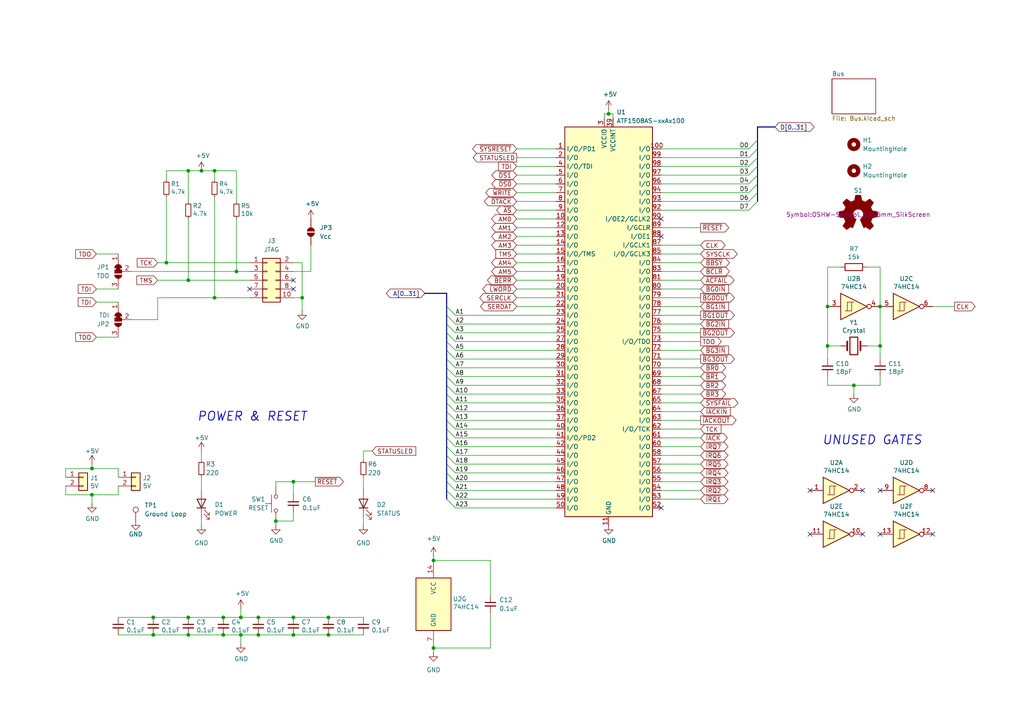
<source format=kicad_sch>
(kicad_sch (version 20231120) (generator "eeschema") (generator_version "8.0")
  (paper "A4")
  (title_block (title "VME SystemBoard") (rev "1"))
  (junction (at 247.65 111.76))
  (junction (at 176.53 33.02))
  (junction (at 87.63 86.36))
  (junction (at 240.03 100.33))
  (junction (at 44.45 179.07))
  (junction (at 240.03 88.9))
  (junction (at 95.25 179.07))
  (junction (at 64.77 184.15))
  (junction (at 54.61 81.28))
  (junction (at 64.77 179.07))
  (junction (at 85.09 184.15))
  (junction (at 26.67 135.89))
  (junction (at 69.85 184.15))
  (junction (at 85.09 179.07))
  (junction (at 26.67 143.51))
  (junction (at 80.01 151.13))
  (junction (at 255.27 100.33))
  (junction (at 44.45 184.15))
  (junction (at 54.61 184.15))
  (junction (at 69.85 179.07))
  (junction (at 125.73 187.96))
  (junction (at 255.27 88.9))
  (junction (at 74.93 184.15))
  (junction (at 62.23 49.53))
  (junction (at 54.61 179.07))
  (junction (at 58.42 49.53))
  (junction (at 95.25 184.15))
  (junction (at 85.09 139.7))
  (junction (at 125.73 162.56))
  (junction (at 68.58 78.74))
  (junction (at 54.61 49.53))
  (junction (at 62.23 86.36))
  (junction (at 74.93 179.07))
  (junction (at 48.26 76.2))
  (no_connect (at 191.77 63.5))
  (no_connect (at 191.77 68.58))
  (no_connect (at 255.27 142.24))
  (no_connect (at 270.51 142.24))
  (no_connect (at 234.95 142.24))
  (no_connect (at 85.09 81.28))
  (no_connect (at 270.51 154.94))
  (no_connect (at 191.77 147.32))
  (no_connect (at 85.09 83.82))
  (no_connect (at 234.95 154.94))
  (no_connect (at 250.19 142.24))
  (no_connect (at 72.39 83.82))
  (no_connect (at 250.19 154.94))
  (no_connect (at 255.27 154.94))
  (bus_entry (at 132.08 96.52) (size -2.54 -2.54))
  (bus_entry (at 217.17 48.26) (size 2.54 -2.54))
  (bus_entry (at 132.08 139.7) (size -2.54 -2.54))
  (bus_entry (at 217.17 53.34) (size 2.54 -2.54))
  (bus_entry (at 217.17 55.88) (size 2.54 -2.54))
  (bus_entry (at 132.08 116.84) (size -2.54 -2.54))
  (bus_entry (at 132.08 99.06) (size -2.54 -2.54))
  (bus_entry (at 132.08 129.54) (size -2.54 -2.54))
  (bus_entry (at 132.08 127) (size -2.54 -2.54))
  (bus_entry (at 132.08 124.46) (size -2.54 -2.54))
  (bus_entry (at 132.08 121.92) (size -2.54 -2.54))
  (bus_entry (at 132.08 147.32) (size -2.54 -2.54))
  (bus_entry (at 132.08 109.22) (size -2.54 -2.54))
  (bus_entry (at 132.08 101.6) (size -2.54 -2.54))
  (bus_entry (at 217.17 45.72) (size 2.54 -2.54))
  (bus_entry (at 132.08 114.3) (size -2.54 -2.54))
  (bus_entry (at 132.08 93.98) (size -2.54 -2.54))
  (bus_entry (at 132.08 119.38) (size -2.54 -2.54))
  (bus_entry (at 217.17 58.42) (size 2.54 -2.54))
  (bus_entry (at 132.08 91.44) (size -2.54 -2.54))
  (bus_entry (at 132.08 134.62) (size -2.54 -2.54))
  (bus_entry (at 132.08 104.14) (size -2.54 -2.54))
  (bus_entry (at 217.17 50.8) (size 2.54 -2.54))
  (bus_entry (at 132.08 137.16) (size -2.54 -2.54))
  (bus_entry (at 132.08 144.78) (size -2.54 -2.54))
  (bus_entry (at 132.08 106.68) (size -2.54 -2.54))
  (bus_entry (at 217.17 60.96) (size 2.54 -2.54))
  (bus_entry (at 217.17 43.18) (size 2.54 -2.54))
  (bus_entry (at 132.08 142.24) (size -2.54 -2.54))
  (bus_entry (at 132.08 132.08) (size -2.54 -2.54))
  (bus_entry (at 132.08 111.76) (size -2.54 -2.54))
  (wire (pts (xy 132.08 99.06) (xy 161.29 99.06)))
  (wire (pts (xy 64.77 179.07) (xy 69.85 179.07)))
  (bus (pts (xy 129.54 96.52) (xy 129.54 99.06)))
  (wire (pts (xy 62.23 49.53) (xy 68.58 49.53)))
  (bus (pts (xy 219.71 43.18) (xy 219.71 45.72)))
  (bus (pts (xy 129.54 137.16) (xy 129.54 134.62)))
  (bus (pts (xy 129.54 104.14) (xy 129.54 106.68)))
  (wire (pts (xy 203.2 137.16) (xy 191.77 137.16)))
  (wire (pts (xy 240.03 77.47) (xy 240.03 88.9)))
  (wire (pts (xy 19.05 135.89) (xy 26.67 135.89)))
  (bus (pts (xy 219.71 50.8) (xy 219.71 53.34)))
  (wire (pts (xy 85.09 78.74) (xy 90.17 78.74)))
  (wire (pts (xy 87.63 76.2) (xy 87.63 86.36)))
  (wire (pts (xy 44.45 179.07) (xy 54.61 179.07)))
  (wire (pts (xy 149.86 78.74) (xy 161.29 78.74)))
  (wire (pts (xy 132.08 114.3) (xy 161.29 114.3)))
  (wire (pts (xy 149.86 53.34) (xy 161.29 53.34)))
  (wire (pts (xy 203.2 106.68) (xy 191.77 106.68)))
  (bus (pts (xy 129.54 124.46) (xy 129.54 127)))
  (bus (pts (xy 129.54 121.92) (xy 129.54 119.38)))
  (bus (pts (xy 129.54 88.9) (xy 129.54 91.44)))
  (wire (pts (xy 132.08 137.16) (xy 161.29 137.16)))
  (wire (pts (xy 191.77 99.06) (xy 203.2 99.06)))
  (wire (pts (xy 48.26 57.15) (xy 48.26 76.2)))
  (wire (pts (xy 54.61 184.15) (xy 44.45 184.15)))
  (wire (pts (xy 132.08 124.46) (xy 161.29 124.46)))
  (bus (pts (xy 129.54 85.09) (xy 129.54 88.9)))
  (wire (pts (xy 132.08 104.14) (xy 161.29 104.14)))
  (wire (pts (xy 132.08 129.54) (xy 161.29 129.54)))
  (wire (pts (xy 203.2 127) (xy 191.77 127)))
  (wire (pts (xy 240.03 88.9) (xy 240.03 100.33)))
  (wire (pts (xy 203.2 142.24) (xy 191.77 142.24)))
  (wire (pts (xy 217.17 48.26) (xy 191.77 48.26)))
  (wire (pts (xy 125.73 162.56) (xy 142.24 162.56)))
  (wire (pts (xy 62.23 57.15) (xy 62.23 86.36)))
  (wire (pts (xy 54.61 63.5) (xy 54.61 81.28)))
  (wire (pts (xy 149.86 58.42) (xy 161.29 58.42)))
  (wire (pts (xy 91.44 139.7) (xy 85.09 139.7)))
  (wire (pts (xy 68.58 63.5) (xy 68.58 78.74)))
  (wire (pts (xy 105.41 130.81) (xy 105.41 133.35)))
  (wire (pts (xy 149.86 88.9) (xy 161.29 88.9)))
  (bus (pts (xy 129.54 129.54) (xy 129.54 132.08)))
  (wire (pts (xy 125.73 161.29) (xy 125.73 162.56)))
  (wire (pts (xy 203.2 129.54) (xy 191.77 129.54)))
  (wire (pts (xy 176.53 33.02) (xy 177.8 33.02)))
  (wire (pts (xy 175.26 33.02) (xy 176.53 33.02)))
  (wire (pts (xy 85.09 151.13) (xy 80.01 151.13)))
  (wire (pts (xy 54.61 81.28) (xy 72.39 81.28)))
  (wire (pts (xy 26.67 135.89) (xy 26.67 134.62)))
  (wire (pts (xy 255.27 88.9) (xy 255.27 100.33)))
  (bus (pts (xy 129.54 91.44) (xy 129.54 93.98)))
  (wire (pts (xy 149.86 81.28) (xy 161.29 81.28)))
  (wire (pts (xy 217.17 58.42) (xy 191.77 58.42)))
  (wire (pts (xy 69.85 176.53) (xy 69.85 179.07)))
  (wire (pts (xy 240.03 111.76) (xy 240.03 109.22)))
  (wire (pts (xy 58.42 138.43) (xy 58.42 142.24)))
  (wire (pts (xy 217.17 43.18) (xy 191.77 43.18)))
  (wire (pts (xy 105.41 149.86) (xy 105.41 152.4)))
  (wire (pts (xy 68.58 78.74) (xy 72.39 78.74)))
  (wire (pts (xy 34.29 73.66) (xy 27.94 73.66)))
  (wire (pts (xy 203.2 91.44) (xy 191.77 91.44)))
  (bus (pts (xy 129.54 121.92) (xy 129.54 124.46)))
  (wire (pts (xy 161.29 43.18) (xy 149.86 43.18)))
  (wire (pts (xy 38.1 78.74) (xy 68.58 78.74)))
  (wire (pts (xy 44.45 184.15) (xy 34.29 184.15)))
  (wire (pts (xy 203.2 134.62) (xy 191.77 134.62)))
  (wire (pts (xy 255.27 100.33) (xy 255.27 104.14)))
  (wire (pts (xy 45.72 86.36) (xy 62.23 86.36)))
  (wire (pts (xy 26.67 143.51) (xy 34.29 143.51)))
  (bus (pts (xy 123.19 85.09) (xy 129.54 85.09)))
  (wire (pts (xy 161.29 45.72) (xy 149.86 45.72)))
  (wire (pts (xy 149.86 63.5) (xy 161.29 63.5)))
  (wire (pts (xy 34.29 97.79) (xy 27.94 97.79)))
  (wire (pts (xy 203.2 132.08) (xy 191.77 132.08)))
  (wire (pts (xy 203.2 114.3) (xy 191.77 114.3)))
  (wire (pts (xy 48.26 76.2) (xy 45.72 76.2)))
  (wire (pts (xy 132.08 121.92) (xy 161.29 121.92)))
  (wire (pts (xy 34.29 83.82) (xy 27.94 83.82)))
  (wire (pts (xy 247.65 111.76) (xy 255.27 111.76)))
  (wire (pts (xy 132.08 109.22) (xy 161.29 109.22)))
  (wire (pts (xy 45.72 92.71) (xy 45.72 86.36)))
  (wire (pts (xy 243.84 77.47) (xy 240.03 77.47)))
  (wire (pts (xy 132.08 127) (xy 161.29 127)))
  (wire (pts (xy 203.2 81.28) (xy 191.77 81.28)))
  (wire (pts (xy 247.65 111.76) (xy 247.65 114.3)))
  (wire (pts (xy 270.51 88.9) (xy 276.86 88.9)))
  (bus (pts (xy 224.79 36.83) (xy 219.71 36.83)))
  (wire (pts (xy 149.86 55.88) (xy 161.29 55.88)))
  (wire (pts (xy 149.86 76.2) (xy 161.29 76.2)))
  (bus (pts (xy 129.54 114.3) (xy 129.54 111.76)))
  (wire (pts (xy 95.25 184.15) (xy 105.41 184.15)))
  (wire (pts (xy 132.08 96.52) (xy 161.29 96.52)))
  (wire (pts (xy 85.09 86.36) (xy 87.63 86.36)))
  (wire (pts (xy 203.2 76.2) (xy 191.77 76.2)))
  (wire (pts (xy 240.03 111.76) (xy 247.65 111.76)))
  (wire (pts (xy 64.77 184.15) (xy 69.85 184.15)))
  (wire (pts (xy 203.2 104.14) (xy 191.77 104.14)))
  (wire (pts (xy 34.29 140.97) (xy 34.29 143.51)))
  (wire (pts (xy 132.08 144.78) (xy 161.29 144.78)))
  (wire (pts (xy 203.2 78.74) (xy 191.77 78.74)))
  (wire (pts (xy 80.01 139.7) (xy 80.01 140.97)))
  (wire (pts (xy 48.26 49.53) (xy 54.61 49.53)))
  (wire (pts (xy 85.09 139.7) (xy 85.09 143.51)))
  (wire (pts (xy 132.08 106.68) (xy 161.29 106.68)))
  (wire (pts (xy 217.17 60.96) (xy 191.77 60.96)))
  (wire (pts (xy 132.08 142.24) (xy 161.29 142.24)))
  (wire (pts (xy 19.05 143.51) (xy 19.05 140.97)))
  (wire (pts (xy 54.61 184.15) (xy 64.77 184.15)))
  (wire (pts (xy 132.08 132.08) (xy 161.29 132.08)))
  (wire (pts (xy 149.86 71.12) (xy 161.29 71.12)))
  (wire (pts (xy 34.29 87.63) (xy 27.94 87.63)))
  (wire (pts (xy 69.85 179.07) (xy 74.93 179.07)))
  (wire (pts (xy 149.86 86.36) (xy 161.29 86.36)))
  (wire (pts (xy 203.2 109.22) (xy 191.77 109.22)))
  (wire (pts (xy 69.85 184.15) (xy 69.85 186.69)))
  (wire (pts (xy 80.01 151.13) (xy 80.01 152.4)))
  (wire (pts (xy 255.27 77.47) (xy 255.27 88.9)))
  (wire (pts (xy 74.93 179.07) (xy 85.09 179.07)))
  (wire (pts (xy 105.41 130.81) (xy 107.95 130.81)))
  (wire (pts (xy 132.08 101.6) (xy 161.29 101.6)))
  (bus (pts (xy 129.54 142.24) (xy 129.54 139.7)))
  (wire (pts (xy 19.05 143.51) (xy 26.67 143.51)))
  (wire (pts (xy 191.77 116.84) (xy 203.2 116.84)))
  (wire (pts (xy 58.42 49.53) (xy 62.23 49.53)))
  (wire (pts (xy 217.17 53.34) (xy 191.77 53.34)))
  (wire (pts (xy 87.63 86.36) (xy 87.63 90.17)))
  (wire (pts (xy 203.2 88.9) (xy 191.77 88.9)))
  (bus (pts (xy 219.71 45.72) (xy 219.71 48.26)))
  (wire (pts (xy 161.29 48.26) (xy 149.86 48.26)))
  (wire (pts (xy 191.77 71.12) (xy 203.2 71.12)))
  (wire (pts (xy 203.2 101.6) (xy 191.77 101.6)))
  (wire (pts (xy 203.2 86.36) (xy 191.77 86.36)))
  (wire (pts (xy 161.29 73.66) (xy 149.86 73.66)))
  (wire (pts (xy 19.05 135.89) (xy 19.05 138.43)))
  (wire (pts (xy 142.24 187.96) (xy 125.73 187.96)))
  (bus (pts (xy 129.54 99.06) (xy 129.54 101.6)))
  (bus (pts (xy 129.54 132.08) (xy 129.54 134.62)))
  (wire (pts (xy 105.41 179.07) (xy 95.25 179.07)))
  (bus (pts (xy 219.71 55.88) (xy 219.71 58.42)))
  (wire (pts (xy 203.2 66.04) (xy 191.77 66.04)))
  (wire (pts (xy 54.61 81.28) (xy 45.72 81.28)))
  (wire (pts (xy 251.46 100.33) (xy 255.27 100.33)))
  (wire (pts (xy 203.2 111.76) (xy 191.77 111.76)))
  (bus (pts (xy 219.71 36.83) (xy 219.71 40.64)))
  (bus (pts (xy 129.54 139.7) (xy 129.54 137.16)))
  (wire (pts (xy 203.2 121.92) (xy 191.77 121.92)))
  (wire (pts (xy 203.2 139.7) (xy 191.77 139.7)))
  (wire (pts (xy 68.58 58.42) (xy 68.58 49.53)))
  (wire (pts (xy 132.08 139.7) (xy 161.29 139.7)))
  (wire (pts (xy 26.67 146.05) (xy 26.67 143.51)))
  (wire (pts (xy 251.46 77.47) (xy 255.27 77.47)))
  (wire (pts (xy 132.08 91.44) (xy 161.29 91.44)))
  (wire (pts (xy 58.42 130.81) (xy 58.42 133.35)))
  (bus (pts (xy 219.71 48.26) (xy 219.71 50.8)))
  (wire (pts (xy 132.08 111.76) (xy 161.29 111.76)))
  (bus (pts (xy 129.54 127) (xy 129.54 129.54)))
  (wire (pts (xy 203.2 144.78) (xy 191.77 144.78)))
  (bus (pts (xy 219.71 53.34) (xy 219.71 55.88)))
  (bus (pts (xy 129.54 116.84) (xy 129.54 114.3)))
  (wire (pts (xy 149.86 66.04) (xy 161.29 66.04)))
  (wire (pts (xy 149.86 60.96) (xy 161.29 60.96)))
  (wire (pts (xy 34.29 138.43) (xy 34.29 135.89)))
  (wire (pts (xy 149.86 83.82) (xy 161.29 83.82)))
  (wire (pts (xy 85.09 184.15) (xy 95.25 184.15)))
  (wire (pts (xy 191.77 73.66) (xy 203.2 73.66)))
  (wire (pts (xy 203.2 83.82) (xy 191.77 83.82)))
  (wire (pts (xy 85.09 76.2) (xy 87.63 76.2)))
  (wire (pts (xy 149.86 68.58) (xy 161.29 68.58)))
  (wire (pts (xy 26.67 135.89) (xy 34.29 135.89)))
  (wire (pts (xy 191.77 124.46) (xy 203.2 124.46)))
  (wire (pts (xy 142.24 177.8) (xy 142.24 187.96)))
  (bus (pts (xy 129.54 119.38) (xy 129.54 116.84)))
  (wire (pts (xy 34.29 179.07) (xy 44.45 179.07)))
  (wire (pts (xy 175.26 34.29) (xy 175.26 33.02)))
  (bus (pts (xy 129.54 106.68) (xy 129.54 109.22)))
  (wire (pts (xy 177.8 33.02) (xy 177.8 34.29)))
  (wire (pts (xy 240.03 100.33) (xy 240.03 104.14)))
  (wire (pts (xy 125.73 189.23) (xy 125.73 187.96)))
  (wire (pts (xy 203.2 119.38) (xy 191.77 119.38)))
  (wire (pts (xy 48.26 52.07) (xy 48.26 49.53)))
  (bus (pts (xy 129.54 109.22) (xy 129.54 111.76)))
  (wire (pts (xy 255.27 109.22) (xy 255.27 111.76)))
  (wire (pts (xy 58.42 149.86) (xy 58.42 152.4)))
  (bus (pts (xy 129.54 93.98) (xy 129.54 96.52)))
  (wire (pts (xy 62.23 49.53) (xy 62.23 52.07)))
  (bus (pts (xy 129.54 144.78) (xy 129.54 142.24)))
  (wire (pts (xy 132.08 116.84) (xy 161.29 116.84)))
  (wire (pts (xy 54.61 49.53) (xy 58.42 49.53)))
  (wire (pts (xy 203.2 96.52) (xy 191.77 96.52)))
  (wire (pts (xy 105.41 138.43) (xy 105.41 142.24)))
  (wire (pts (xy 54.61 49.53) (xy 54.61 58.42)))
  (wire (pts (xy 240.03 100.33) (xy 243.84 100.33)))
  (wire (pts (xy 95.25 179.07) (xy 85.09 179.07)))
  (wire (pts (xy 74.93 184.15) (xy 85.09 184.15)))
  (bus (pts (xy 219.71 40.64) (xy 219.71 43.18)))
  (wire (pts (xy 149.86 50.8) (xy 161.29 50.8)))
  (wire (pts (xy 62.23 86.36) (xy 72.39 86.36)))
  (wire (pts (xy 217.17 45.72) (xy 191.77 45.72)))
  (wire (pts (xy 217.17 55.88) (xy 191.77 55.88)))
  (wire (pts (xy 48.26 76.2) (xy 72.39 76.2)))
  (bus (pts (xy 129.54 101.6) (xy 129.54 104.14)))
  (wire (pts (xy 38.1 92.71) (xy 45.72 92.71)))
  (wire (pts (xy 132.08 147.32) (xy 161.29 147.32)))
  (wire (pts (xy 85.09 139.7) (xy 80.01 139.7)))
  (wire (pts (xy 142.24 172.72) (xy 142.24 162.56)))
  (wire (pts (xy 132.08 119.38) (xy 161.29 119.38)))
  (wire (pts (xy 217.17 50.8) (xy 191.77 50.8)))
  (wire (pts (xy 54.61 179.07) (xy 64.77 179.07)))
  (wire (pts (xy 176.53 31.75) (xy 176.53 33.02)))
  (wire (pts (xy 85.09 148.59) (xy 85.09 151.13)))
  (wire (pts (xy 90.17 71.12) (xy 90.17 78.74)))
  (wire (pts (xy 132.08 134.62) (xy 161.29 134.62)))
  (wire (pts (xy 203.2 93.98) (xy 191.77 93.98)))
  (wire (pts (xy 69.85 184.15) (xy 74.93 184.15)))
  (wire (pts (xy 132.08 93.98) (xy 161.29 93.98)))
  (text "POWER & RESET\n" (at 73.152 122.428 0) (effects (font (size 2.56 2.56) (thickness 0.254) (bold yes) (italic yes)) (justify bottom)))
  (text "UNUSED GATES" (at 252.984 129.286 0) (effects (font (size 2.56 2.56) (thickness 0.254) (bold yes) (italic yes)) (justify bottom)))
  (label "A22" (at 132.08 144.78 0))
  (label "D1" (at 217.17 45.72 180))
  (label "A2" (at 132.08 93.98 0))
  (label "A23" (at 132.08 147.32 0))
  (label "A1" (at 132.08 91.44 0))
  (label "A20" (at 132.08 139.7 0))
  (label "A6" (at 132.08 104.14 0))
  (label "A10" (at 132.08 114.3 0))
  (label "A13" (at 132.08 121.92 0))
  (label "A15" (at 132.08 127 0))
  (label "D7" (at 217.17 60.96 180))
  (label "A9" (at 132.08 111.76 0))
  (label "A18" (at 132.08 134.62 0))
  (label "A16" (at 132.08 129.54 0))
  (label "A3" (at 132.08 96.52 0))
  (label "D5" (at 217.17 55.88 180))
  (label "D2" (at 217.17 48.26 180))
  (label "A5" (at 132.08 101.6 0))
  (label "A17" (at 132.08 132.08 0))
  (label "A12" (at 132.08 119.38 0))
  (label "A8" (at 132.08 109.22 0))
  (label "A14" (at 132.08 124.46 0))
  (label "A19" (at 132.08 137.16 0))
  (label "A7" (at 132.08 106.68 0))
  (label "A11" (at 132.08 116.84 0))
  (label "A4" (at 132.08 99.06 0))
  (label "A21" (at 132.08 142.24 0))
  (label "D0" (at 217.17 43.18 180))
  (label "D4" (at 217.17 53.34 180))
  (label "D6" (at 217.17 58.42 180))
  (label "D3" (at 217.17 50.8 180))
  (global_label "~{BG2OUT}" (shape output) (at 203.2 96.52 0) (property "Intersheetrefs" "${INTERSHEET_REFS}" (effects (hide yes))))
  (global_label "TMS" (shape input) (at 149.86 73.66 180) (property "Intersheetrefs" "${INTERSHEET_REFS}" (effects (hide yes))))
  (global_label "STATUSLED" (shape input) (at 107.95 130.81 0) (property "Intersheetrefs" "${INTERSHEET_REFS}" (effects (hide yes))))
  (global_label "TCK" (shape input) (at 203.2 124.46 0) (property "Intersheetrefs" "${INTERSHEET_REFS}" (effects (hide yes))))
  (global_label "~{IRQ7}" (shape bidirectional) (at 203.2 129.54 0) (property "Intersheetrefs" "${INTERSHEET_REFS}" (effects (hide yes))))
  (global_label "~{SYSFAIL}" (shape bidirectional) (at 203.2 116.84 0) (property "Intersheetrefs" "${INTERSHEET_REFS}" (effects (hide yes))))
  (global_label "~{IRQ2}" (shape bidirectional) (at 203.2 142.24 0) (property "Intersheetrefs" "${INTERSHEET_REFS}" (effects (hide yes))))
  (global_label "~{RESET}" (shape output) (at 91.44 139.7 0) (property "Intersheetrefs" "${INTERSHEET_REFS}" (effects (hide yes))))
  (global_label "~{IACKIN}" (shape input) (at 203.2 119.38 0) (property "Intersheetrefs" "${INTERSHEET_REFS}" (effects (hide yes))))
  (global_label "TDI" (shape input) (at 27.94 83.82 180) (property "Intersheetrefs" "${INTERSHEET_REFS}" (effects (hide yes))))
  (global_label "~{ACFAIL}" (shape bidirectional) (at 203.2 81.28 0) (property "Intersheetrefs" "${INTERSHEET_REFS}" (effects (hide yes))))
  (global_label "~{BG1OUT}" (shape output) (at 203.2 91.44 0) (property "Intersheetrefs" "${INTERSHEET_REFS}" (effects (hide yes))))
  (global_label "~{BCLR}" (shape bidirectional) (at 203.2 78.74 0) (property "Intersheetrefs" "${INTERSHEET_REFS}" (effects (hide yes))))
  (global_label "TDI" (shape input) (at 149.86 48.26 180) (property "Intersheetrefs" "${INTERSHEET_REFS}" (effects (hide yes))))
  (global_label "~{BG3IN}" (shape input) (at 203.2 101.6 0) (property "Intersheetrefs" "${INTERSHEET_REFS}" (effects (hide yes))))
  (global_label "D[0..31]" (shape bidirectional) (at 224.79 36.83 0) (property "Intersheetrefs" "${INTERSHEET_REFS}" (effects (hide yes))))
  (global_label "TDO" (shape input) (at 27.94 97.79 180) (property "Intersheetrefs" "${INTERSHEET_REFS}" (effects (hide yes))))
  (global_label "TCK" (shape input) (at 45.72 76.2 180) (property "Intersheetrefs" "${INTERSHEET_REFS}" (effects (hide yes))))
  (global_label "SYSCLK" (shape bidirectional) (at 203.2 73.66 0) (property "Intersheetrefs" "${INTERSHEET_REFS}" (effects (hide yes))))
  (global_label "~{BERR}" (shape bidirectional) (at 149.86 81.28 180) (property "Intersheetrefs" "${INTERSHEET_REFS}" (effects (hide yes))))
  (global_label "~{DTACK}" (shape bidirectional) (at 149.86 58.42 180) (property "Intersheetrefs" "${INTERSHEET_REFS}" (effects (hide yes))))
  (global_label "~{DS1}" (shape bidirectional) (at 149.86 50.8 180) (property "Intersheetrefs" "${INTERSHEET_REFS}" (effects (hide yes))))
  (global_label "~{IRQ6}" (shape bidirectional) (at 203.2 132.08 0) (property "Intersheetrefs" "${INTERSHEET_REFS}" (effects (hide yes))))
  (global_label "~{AS}" (shape bidirectional) (at 149.86 60.96 180) (property "Intersheetrefs" "${INTERSHEET_REFS}" (effects (hide yes))))
  (global_label "~{SYSRESET}" (shape bidirectional) (at 149.86 43.18 180) (property "Intersheetrefs" "${INTERSHEET_REFS}" (effects (hide yes))))
  (global_label "~{BG0OUT}" (shape output) (at 203.2 86.36 0) (property "Intersheetrefs" "${INTERSHEET_REFS}" (effects (hide yes))))
  (global_label "CLK" (shape bidirectional) (at 203.2 71.12 0) (property "Intersheetrefs" "${INTERSHEET_REFS}" (effects (hide yes))))
  (global_label "~{IRQ5}" (shape bidirectional) (at 203.2 134.62 0) (property "Intersheetrefs" "${INTERSHEET_REFS}" (effects (hide yes))))
  (global_label "~{IRQ4}" (shape bidirectional) (at 203.2 137.16 0) (property "Intersheetrefs" "${INTERSHEET_REFS}" (effects (hide yes))))
  (global_label "~{LWORD}" (shape bidirectional) (at 149.86 83.82 180) (property "Intersheetrefs" "${INTERSHEET_REFS}" (effects (hide yes))))
  (global_label "~{IRQ3}" (shape bidirectional) (at 203.2 139.7 0) (property "Intersheetrefs" "${INTERSHEET_REFS}" (effects (hide yes))))
  (global_label "AM2" (shape bidirectional) (at 149.86 68.58 180) (property "Intersheetrefs" "${INTERSHEET_REFS}" (effects (hide yes))))
  (global_label "SERDAT" (shape bidirectional) (at 149.86 88.9 180) (property "Intersheetrefs" "${INTERSHEET_REFS}" (effects (hide yes))))
  (global_label "AM3" (shape bidirectional) (at 149.86 71.12 180) (property "Intersheetrefs" "${INTERSHEET_REFS}" (effects (hide yes))))
  (global_label "~{IRQ1}" (shape bidirectional) (at 203.2 144.78 0) (property "Intersheetrefs" "${INTERSHEET_REFS}" (effects (hide yes))))
  (global_label "~{BR2}" (shape bidirectional) (at 203.2 111.76 0) (property "Intersheetrefs" "${INTERSHEET_REFS}" (effects (hide yes))))
  (global_label "AM5" (shape bidirectional) (at 149.86 78.74 180) (property "Intersheetrefs" "${INTERSHEET_REFS}" (effects (hide yes))))
  (global_label "AM1" (shape bidirectional) (at 149.86 66.04 180) (property "Intersheetrefs" "${INTERSHEET_REFS}" (effects (hide yes))))
  (global_label "AM4" (shape bidirectional) (at 149.86 76.2 180) (property "Intersheetrefs" "${INTERSHEET_REFS}" (effects (hide yes))))
  (global_label "~{BG1IN}" (shape input) (at 203.2 88.9 0) (property "Intersheetrefs" "${INTERSHEET_REFS}" (effects (hide yes))))
  (global_label "SERCLK" (shape bidirectional) (at 149.86 86.36 180) (property "Intersheetrefs" "${INTERSHEET_REFS}" (effects (hide yes))))
  (global_label "TDO" (shape input) (at 27.94 73.66 180) (property "Intersheetrefs" "${INTERSHEET_REFS}" (effects (hide yes))))
  (global_label "TDI" (shape input) (at 27.94 87.63 180) (property "Intersheetrefs" "${INTERSHEET_REFS}" (effects (hide yes))))
  (global_label "A[0..31]" (shape bidirectional) (at 123.19 85.09 180) (property "Intersheetrefs" "${INTERSHEET_REFS}" (effects (hide yes))))
  (global_label "~{BR1}" (shape bidirectional) (at 203.2 109.22 0) (property "Intersheetrefs" "${INTERSHEET_REFS}" (effects (hide yes))))
  (global_label "TMS" (shape input) (at 45.72 81.28 180) (property "Intersheetrefs" "${INTERSHEET_REFS}" (effects (hide yes))))
  (global_label "~{BR0}" (shape bidirectional) (at 203.2 106.68 0) (property "Intersheetrefs" "${INTERSHEET_REFS}" (effects (hide yes))))
  (global_label "~{BG2IN}" (shape input) (at 203.2 93.98 0) (property "Intersheetrefs" "${INTERSHEET_REFS}" (effects (hide yes))))
  (global_label "~{RESET}" (shape output) (at 203.2 66.04 0) (property "Intersheetrefs" "${INTERSHEET_REFS}" (effects (hide yes))))
  (global_label "~{BR3}" (shape bidirectional) (at 203.2 114.3 0) (property "Intersheetrefs" "${INTERSHEET_REFS}" (effects (hide yes))))
  (global_label "~{WRITE}" (shape bidirectional) (at 149.86 55.88 180) (property "Intersheetrefs" "${INTERSHEET_REFS}" (effects (hide yes))))
  (global_label "~{BG0IN}" (shape input) (at 203.2 83.82 0) (property "Intersheetrefs" "${INTERSHEET_REFS}" (effects (hide yes))))
  (global_label "AM0" (shape bidirectional) (at 149.86 63.5 180) (property "Intersheetrefs" "${INTERSHEET_REFS}" (effects (hide yes))))
  (global_label "~{IACKOUT}" (shape output) (at 203.2 121.92 0) (property "Intersheetrefs" "${INTERSHEET_REFS}" (effects (hide yes))))
  (global_label "~{IACK}" (shape bidirectional) (at 203.2 127 0) (property "Intersheetrefs" "${INTERSHEET_REFS}" (effects (hide yes))))
  (global_label "CLK" (shape output) (at 276.86 88.9 0) (property "Intersheetrefs" "${INTERSHEET_REFS}" (effects (hide yes))))
  (global_label "~{BG3OUT}" (shape output) (at 203.2 104.14 0) (property "Intersheetrefs" "${INTERSHEET_REFS}" (effects (hide yes))))
  (global_label "~{DS0}" (shape bidirectional) (at 149.86 53.34 180) (property "Intersheetrefs" "${INTERSHEET_REFS}" (effects (hide yes))))
  (global_label "STATUSLED" (shape output) (at 149.86 45.72 180) (property "Intersheetrefs" "${INTERSHEET_REFS}" (effects (hide yes))))
  (global_label "~{BBSY}" (shape bidirectional) (at 203.2 76.2 0) (property "Intersheetrefs" "${INTERSHEET_REFS}" (effects (hide yes))))
  (global_label "TDO" (shape output) (at 203.2 99.06 0) (property "Intersheetrefs" "${INTERSHEET_REFS}" (effects (hide yes))))
  (symbol (lib_id "Connector:TestPoint") (at 39.37 151.13 0) (unit 1)
    (property "Reference" "TP1" (at 41.91 146.558 0) (effects (justify left)))
    (property "Value" "Ground Loop" (at 41.91 149.098 0) (effects (justify left)))
    (property "Footprint" "TestPoint:TestPoint_Loop_D2.60mm_Drill1.6mm_Beaded" (effects (hide yes)))
  )
  (symbol (lib_id "Device:C_Small") (at 54.61 181.61 0) (unit 1)
    (property "Reference" "C3" (at 56.9468 180.4416 0) (effects (justify left)))
    (property "Value" "0.1uF" (at 56.9468 182.753 0) (effects (justify left)))
    (property "Footprint" "Capacitor_SMD:C_0805_2012Metric_Pad1.18x1.45mm_HandSolder" (effects (hide yes)))
  )
  (symbol (lib_id "Mechanical:MountingHole") (at 247.65 49.53 0) (unit 1)
    (property "Reference" "H2" (at 250.19 48.26 0) (effects (justify left)))
    (property "Value" "MountingHole" (at 250.19 50.8 0) (effects (justify left)))
    (property "Footprint" "MountingHole:MountingHole_2.7mm_M2.5_DIN965" (effects (hide yes)))
  )
  (symbol (lib_id "Device:LED") (at 58.42 146.05 90) (unit 1)
    (property "Reference" "D1" (at 62.23 146.3674 90) (effects (justify right)))
    (property "Value" "POWER" (at 62.23 148.9074 90) (effects (justify right)))
    (property "Footprint" "LED_THT:LED_D3.0mm" (effects (hide yes)))
  )
  (symbol (lib_id "power:+5V") (at 90.17 63.5 0) (unit 1)
    (property "Reference" "#PWR011" (effects (hide yes)))
    (property "Value" "+5V" (at 90.551 59.1058 0))
    (property "Description" "Power symbol creates a global label with name \"+5V\"" (effects (hide yes)))
  )
  (symbol (lib_id "Mechanical:MountingHole") (at 247.65 41.91 0) (unit 1)
    (property "Reference" "H1" (at 250.19 40.64 0) (effects (justify left)))
    (property "Value" "MountingHole" (at 250.19 43.18 0) (effects (justify left)))
    (property "Footprint" "MountingHole:MountingHole_2.7mm_M2.5_DIN965" (effects (hide yes)))
  )
  (symbol (lib_id "74xx:74HC14") (at 262.89 154.94 0) (unit 6)
    (property "Reference" "U2" (at 262.89 146.8882 0))
    (property "Value" "74HC14" (at 262.89 149.1996 0))
    (property "Footprint" "Package_SO:TSSOP-14_4.4x5mm_P0.65mm" (effects (hide yes)))
    (property "Datasheet" "http://www.ti.com/lit/gpn/sn74HC14" (effects (hide yes)))
  )
  (symbol (lib_id "Connector_Generic:Conn_01x02") (at 39.37 138.43 0) (unit 1)
    (property "Reference" "J2" (at 41.402 138.6332 0) (effects (justify left)))
    (property "Value" "5V" (at 41.402 140.9446 0) (effects (justify left)))
    (property "Footprint" "Connector_PinHeader_2.54mm:PinHeader_1x02_P2.54mm_Vertical" (effects (hide yes)))
  )
  (symbol (lib_id "74xx:74HC14") (at 247.65 88.9 0) (unit 2)
    (property "Reference" "U2" (at 247.65 80.8482 0))
    (property "Value" "74HC14" (at 247.65 83.1596 0))
    (property "Footprint" "Package_SO:TSSOP-14_4.4x5mm_P0.65mm" (effects (hide yes)))
    (property "Datasheet" "http://www.ti.com/lit/gpn/sn74HC14" (effects (hide yes)))
  )
  (symbol (lib_id "Device:C_Small") (at 44.45 181.61 0) (unit 1)
    (property "Reference" "C2" (at 46.7868 180.4416 0) (effects (justify left)))
    (property "Value" "0.1uF" (at 46.7868 182.753 0) (effects (justify left)))
    (property "Footprint" "Capacitor_SMD:C_0805_2012Metric_Pad1.18x1.45mm_HandSolder" (effects (hide yes)))
  )
  (symbol (lib_id "power:+5V") (at 125.73 161.29 0) (unit 1)
    (property "Reference" "#PWR016" (effects (hide yes)))
    (property "Value" "+5V" (at 125.73 156.21 0))
    (property "Description" "Power symbol creates a global label with name \"+5V\"" (effects (hide yes)))
  )
  (symbol (lib_id "74xx:74HC14") (at 125.73 175.26 0) (unit 7)
    (property "Reference" "U2" (at 133.35 173.736 0))
    (property "Value" "74HC14" (at 135.128 176.022 0))
    (property "Footprint" "Package_SO:TSSOP-14_4.4x5mm_P0.65mm" (effects (hide yes)))
    (property "Datasheet" "http://www.ti.com/lit/gpn/sn74HC14" (effects (hide yes)))
  )
  (symbol (lib_id "Graphic:Logo_Open_Hardware_Small") (at 248.92 62.23 0) (unit 1) (exclude_from_sim yes)
    (property "Reference" "S1" (at 248.92 55.245 0))
    (property "Value" "Logo_Open_Hardware_Small" (effects (hide yes)))
    (property "Footprint" "Symbol:OSHW-Symbol_6.7x6mm_SilkScreen" (at 248.92 62.23 0))
  )
  (symbol (lib_id "power:GND") (at 58.42 152.4 0) (unit 1)
    (property "Reference" "#PWR06" (effects (hide yes)))
    (property "Value" "GND" (at 58.42 157.48 0))
    (property "Description" "Power symbol creates a global label with name \"GND\" , ground" (effects (hide yes)))
  )
  (symbol (lib_id "power:GND") (at 105.41 152.4 0) (unit 1)
    (property "Reference" "#PWR012" (effects (hide yes)))
    (property "Value" "GND" (at 105.41 157.48 0))
    (property "Description" "Power symbol creates a global label with name \"GND\" , ground" (effects (hide yes)))
  )
  (symbol (lib_id "Device:C_Small") (at 105.41 181.61 0) (unit 1)
    (property "Reference" "C9" (at 107.7468 180.4416 0) (effects (justify left)))
    (property "Value" "0.1uF" (at 107.7468 182.753 0) (effects (justify left)))
    (property "Footprint" "Capacitor_SMD:C_0805_2012Metric_Pad1.18x1.45mm_HandSolder" (effects (hide yes)))
  )
  (symbol (lib_id "Jumper:SolderJumper_2_Open") (at 90.17 67.31 90) (unit 1) (exclude_from_sim yes) (in_bom no)
    (property "Reference" "JP3" (at 92.71 66.0399 90) (effects (justify right)))
    (property "Value" "Vcc" (at 92.71 68.5799 90) (effects (justify right)))
    (property "Footprint" "Jumper:SolderJumper-2_P1.3mm_Open_RoundedPad1.0x1.5mm" (effects (hide yes)))
    (property "Description" "Solder Jumper, 2-pole, open" (effects (hide yes)))
  )
  (symbol (lib_id "power:GND") (at 87.63 90.17 0) (unit 1)
    (property "Reference" "#PWR010" (effects (hide yes)))
    (property "Value" "GND" (at 87.757 94.5642 0))
    (property "Description" "Power symbol creates a global label with name \"GND\" , ground" (effects (hide yes)))
  )
  (symbol (lib_id "74xx:74HC14") (at 262.89 88.9 0) (unit 3)
    (property "Reference" "U2" (at 262.89 80.8482 0))
    (property "Value" "74HC14" (at 262.89 83.1596 0))
    (property "Footprint" "Package_SO:TSSOP-14_4.4x5mm_P0.65mm" (effects (hide yes)))
    (property "Datasheet" "http://www.ti.com/lit/gpn/sn74HC14" (effects (hide yes)))
  )
  (symbol (lib_id "74xx:74HC14") (at 262.89 142.24 0) (unit 4)
    (property "Reference" "U2" (at 262.89 134.1882 0))
    (property "Value" "74HC14" (at 262.89 136.4996 0))
    (property "Footprint" "Package_SO:TSSOP-14_4.4x5mm_P0.65mm" (effects (hide yes)))
    (property "Datasheet" "http://www.ti.com/lit/gpn/sn74HC14" (effects (hide yes)))
  )
  (symbol (lib_id "power:GND") (at 80.01 152.4 0) (unit 1)
    (property "Reference" "#PWR09" (effects (hide yes)))
    (property "Value" "GND" (at 80.137 156.7942 0))
    (property "Description" "Power symbol creates a global label with name \"GND\" , ground" (effects (hide yes)))
  )
  (symbol (lib_id "Device:R_Small") (at 105.41 135.89 0) (unit 1)
    (property "Reference" "R6" (at 106.68 134.62 0) (effects (justify left)))
    (property "Value" "220" (at 106.68 137.16 0) (effects (justify left)))
    (property "Footprint" "Resistor_THT:R_Axial_DIN0204_L3.6mm_D1.6mm_P5.08mm_Horizontal" (effects (hide yes)))
  )
  (symbol (lib_id "Device:C_Small") (at 255.27 106.68 0) (unit 1)
    (property "Reference" "C11" (at 257.6068 105.5116 0) (effects (justify left)))
    (property "Value" "18pF" (at 257.6068 107.823 0) (effects (justify left)))
    (property "Footprint" "Capacitor_THT:C_Disc_D3.0mm_W2.0mm_P2.50mm" (effects (hide yes)))
  )
  (symbol (lib_id "Device:Crystal") (at 247.65 100.33 0) (unit 1)
    (property "Reference" "Y1" (at 247.65 93.5228 0))
    (property "Value" "Crystal" (at 247.65 95.8342 0))
    (property "Footprint" "Crystal:Crystal_HC49-4H_Vertical" (effects (hide yes)))
  )
  (symbol (lib_id "74xx:74HC14") (at 242.57 154.94 0) (unit 5)
    (property "Reference" "U2" (at 242.57 146.8882 0))
    (property "Value" "74HC14" (at 242.57 149.1996 0))
    (property "Footprint" "Package_SO:TSSOP-14_4.4x5mm_P0.65mm" (effects (hide yes)))
    (property "Datasheet" "http://www.ti.com/lit/gpn/sn74HC14" (effects (hide yes)))
  )
  (symbol (lib_id "74xx:74HC14") (at 242.57 142.24 0) (unit 1)
    (property "Reference" "U2" (at 242.57 134.1882 0))
    (property "Value" "74HC14" (at 242.57 136.4996 0))
    (property "Footprint" "Package_SO:TSSOP-14_4.4x5mm_P0.65mm" (effects (hide yes)))
    (property "Datasheet" "http://www.ti.com/lit/gpn/sn74HC14" (effects (hide yes)))
  )
  (symbol (lib_id "Switch:SW_Push") (at 80.01 146.05 90) (unit 1)
    (property "Reference" "SW1" (at 74.93 144.78 90))
    (property "Value" "RESET" (at 74.93 147.32 90))
    (property "Footprint" "Button_Switch_THT:SW_PUSH_6mm" (effects (hide yes)))
  )
  (symbol (lib_id "Device:LED") (at 105.41 146.05 90) (unit 1)
    (property "Reference" "D2" (at 109.22 146.3674 90) (effects (justify right)))
    (property "Value" "STATUS" (at 109.22 148.9074 90) (effects (justify right)))
    (property "Footprint" "LED_THT:LED_D3.0mm" (effects (hide yes)))
  )
  (symbol (lib_id "Device:C_Small") (at 64.77 181.61 0) (unit 1)
    (property "Reference" "C4" (at 67.1068 180.4416 0) (effects (justify left)))
    (property "Value" "0.1uF" (at 67.1068 182.753 0) (effects (justify left)))
    (property "Footprint" "Capacitor_SMD:C_0805_2012Metric_Pad1.18x1.45mm_HandSolder" (effects (hide yes)))
  )
  (symbol (lib_id "Device:C_Small") (at 240.03 106.68 0) (unit 1)
    (property "Reference" "C10" (at 242.3668 105.5116 0) (effects (justify left)))
    (property "Value" "18pF" (at 242.3668 107.823 0) (effects (justify left)))
    (property "Footprint" "Capacitor_THT:C_Disc_D3.0mm_W2.0mm_P2.50mm" (effects (hide yes)))
  )
  (symbol (lib_id "power:+5V") (at 58.42 49.53 0) (unit 1)
    (property "Reference" "#PWR04" (effects (hide yes)))
    (property "Value" "+5V" (at 58.801 45.1358 0))
    (property "Description" "Power symbol creates a global label with name \"+5V\"" (effects (hide yes)))
  )
  (symbol (lib_id "power:+5V") (at 176.53 31.75 0) (unit 1)
    (property "Reference" "#PWR013" (effects (hide yes)))
    (property "Value" "+5V" (at 176.911 27.3558 0))
    (property "Description" "Power symbol creates a global label with name \"+5V\"" (effects (hide yes)))
  )
  (symbol (lib_id "power:GND") (at 247.65 114.3 0) (unit 1)
    (property "Reference" "#PWR015" (effects (hide yes)))
    (property "Value" "GND" (at 247.777 118.6942 0))
    (property "Description" "Power symbol creates a global label with name \"GND\" , ground" (effects (hide yes)))
  )
  (symbol (lib_id "Computie_CPLDs:ATF1508AS-xxAx100") (at 176.53 91.44 0) (unit 1)
    (property "Reference" "U1" (at 178.816 32.512 0) (effects (justify left)))
    (property "Value" "ATF1508AS-xxAx100" (at 178.816 35.052 0) (effects (justify left)))
    (property "Footprint" "Package_QFP:TQFP-100_14x14mm_P0.5mm" (effects (hide yes)))
    (property "Datasheet" "https://ww1.microchip.com/downloads/en/DeviceDoc/doc0784.pdf" (effects (hide yes)))
    (property "Description" "Microchip CPLD, 128 Macrocell, 5 V, 100-TQFP" (effects (hide yes)))
  )
  (symbol (lib_id "Device:C_Small") (at 142.24 175.26 0) (unit 1)
    (property "Reference" "C12" (at 144.78 173.9962 0) (effects (justify left)))
    (property "Value" "0.1uF" (at 144.78 176.5362 0) (effects (justify left)))
    (property "Footprint" "Capacitor_SMD:C_0805_2012Metric_Pad1.18x1.45mm_HandSolder" (effects (hide yes)))
    (property "Description" "Unpolarized capacitor, small symbol" (effects (hide yes)))
  )
  (symbol (lib_id "power:GND") (at 176.53 152.4 0) (unit 1)
    (property "Reference" "#PWR014" (effects (hide yes)))
    (property "Value" "GND" (at 176.657 156.7942 0))
    (property "Description" "Power symbol creates a global label with name \"GND\" , ground" (effects (hide yes)))
  )
  (symbol (lib_id "power:+5V") (at 26.67 134.62 0) (unit 1)
    (property "Reference" "#PWR01" (effects (hide yes)))
    (property "Value" "+5V" (at 26.67 130.81 0))
    (property "Description" "Power symbol creates a global label with name \"+5V\"" (effects (hide yes)))
  )
  (symbol (lib_id "Connector_Generic:Conn_02x05_Odd_Even") (at 77.47 81.28 0) (unit 1)
    (property "Reference" "J3" (at 78.74 69.85 0))
    (property "Value" "JTAG" (at 78.74 72.39 0))
    (property "Footprint" "Connector_PinHeader_2.54mm:PinHeader_2x05_P2.54mm_Vertical" (effects (hide yes)))
    (property "Description" "Generic connector, double row, 02x05, odd/even pin numbering scheme (row 1 odd numbers, row 2 even numbers), script generated (kicad-library-utils/schlib/autogen/connector/)" (effects (hide yes)))
  )
  (symbol (lib_id "power:GND") (at 69.85 186.69 0) (unit 1)
    (property "Reference" "#PWR08" (effects (hide yes)))
    (property "Value" "GND" (at 69.977 191.0842 0))
    (property "Description" "Power symbol creates a global label with name \"GND\" , ground" (effects (hide yes)))
  )
  (symbol (lib_id "Device:C_Small") (at 95.25 181.61 0) (unit 1)
    (property "Reference" "C8" (at 97.5868 180.4416 0) (effects (justify left)))
    (property "Value" "0.1uF" (at 97.5868 182.753 0) (effects (justify left)))
    (property "Footprint" "Capacitor_SMD:C_0805_2012Metric_Pad1.18x1.45mm_HandSolder" (effects (hide yes)))
  )
  (symbol (lib_id "Connector_Generic:Conn_01x02") (at 24.13 138.43 0) (unit 1)
    (property "Reference" "J1" (at 26.162 138.6332 0) (effects (justify left)))
    (property "Value" "5V" (at 26.162 140.9446 0) (effects (justify left)))
    (property "Footprint" "Connector_PinHeader_2.54mm:PinHeader_1x02_P2.54mm_Vertical" (effects (hide yes)))
  )
  (symbol (lib_id "power:GND") (at 125.73 189.23 0) (unit 1)
    (property "Reference" "#PWR017" (effects (hide yes)))
    (property "Value" "GND" (at 125.73 194.31 0))
    (property "Description" "Power symbol creates a global label with name \"GND\" , ground" (effects (hide yes)))
  )
  (symbol (lib_id "Device:R_Small") (at 62.23 54.61 0) (unit 1)
    (property "Reference" "R4" (at 63.5 53.34 0) (effects (justify left)))
    (property "Value" "4.7k" (at 63.5 55.626 0) (effects (justify left)))
    (property "Footprint" "Resistor_THT:R_Axial_DIN0204_L3.6mm_D1.6mm_P5.08mm_Horizontal" (effects (hide yes)))
    (property "Description" "Resistor, small symbol" (effects (hide yes)))
  )
  (symbol (lib_id "Jumper:SolderJumper_3_Bridged12") (at 34.29 78.74 90) (mirror x) (unit 1) (exclude_from_sim yes) (in_bom no)
    (property "Reference" "JP1" (at 31.75 77.4699 90) (effects (justify left)))
    (property "Value" "TDO" (at 31.75 80.0099 90) (effects (justify left)))
    (property "Footprint" "Jumper:SolderJumper-3_P1.3mm_Bridged12_RoundedPad1.0x1.5mm_NumberLabels" (effects (hide yes)))
    (property "Description" "3-pole Solder Jumper, pins 1+2 closed/bridged" (effects (hide yes)))
  )
  (symbol (lib_id "Device:C_Small") (at 74.93 181.61 0) (unit 1)
    (property "Reference" "C5" (at 77.2668 180.4416 0) (effects (justify left)))
    (property "Value" "0.1uF" (at 77.2668 182.753 0) (effects (justify left)))
    (property "Footprint" "Capacitor_SMD:C_0805_2012Metric_Pad1.18x1.45mm_HandSolder" (effects (hide yes)))
  )
  (symbol (lib_id "Device:R_Small") (at 58.42 135.89 0) (unit 1)
    (property "Reference" "R3" (at 59.69 134.62 0) (effects (justify left)))
    (property "Value" "220" (at 59.69 137.16 0) (effects (justify left)))
    (property "Footprint" "Resistor_THT:R_Axial_DIN0204_L3.6mm_D1.6mm_P5.08mm_Horizontal" (effects (hide yes)))
  )
  (symbol (lib_id "Device:C_Small") (at 34.29 181.61 0) (unit 1)
    (property "Reference" "C1" (at 36.6268 180.4416 0) (effects (justify left)))
    (property "Value" "0.1uF" (at 36.6268 182.753 0) (effects (justify left)))
    (property "Footprint" "Capacitor_SMD:C_0805_2012Metric_Pad1.18x1.45mm_HandSolder" (effects (hide yes)))
  )
  (symbol (lib_id "Device:C_Small") (at 85.09 181.61 0) (unit 1)
    (property "Reference" "C7" (at 87.4268 180.4416 0) (effects (justify left)))
    (property "Value" "0.1uF" (at 87.4268 182.753 0) (effects (justify left)))
    (property "Footprint" "Capacitor_SMD:C_0805_2012Metric_Pad1.18x1.45mm_HandSolder" (effects (hide yes)))
  )
  (symbol (lib_id "Device:R_Small") (at 68.58 60.96 0) (unit 1)
    (property "Reference" "R5" (at 69.85 59.69 0) (effects (justify left)))
    (property "Value" "10k" (at 69.85 61.976 0) (effects (justify left)))
    (property "Footprint" "Resistor_THT:R_Axial_DIN0204_L3.6mm_D1.6mm_P5.08mm_Horizontal" (effects (hide yes)))
    (property "Description" "Resistor, small symbol" (effects (hide yes)))
  )
  (symbol (lib_id "Jumper:SolderJumper_3_Bridged12") (at 34.29 92.71 90) (mirror x) (unit 1) (exclude_from_sim yes) (in_bom no)
    (property "Reference" "JP2" (at 31.75 93.9801 90) (effects (justify left)))
    (property "Value" "TDI" (at 31.75 91.4401 90) (effects (justify left)))
    (property "Footprint" "Jumper:SolderJumper-3_P1.3mm_Bridged12_RoundedPad1.0x1.5mm_NumberLabels" (effects (hide yes)))
    (property "Description" "3-pole Solder Jumper, pins 1+2 closed/bridged" (effects (hide yes)))
  )
  (symbol (lib_id "Device:C_Small") (at 85.09 146.05 0) (unit 1)
    (property "Reference" "C6" (at 87.63 144.78 0) (effects (justify left)))
    (property "Value" "0.1uF" (at 87.63 147.32 0) (effects (justify left)))
    (property "Footprint" "Capacitor_SMD:C_0805_2012Metric_Pad1.18x1.45mm_HandSolder" (effects (hide yes)))
  )
  (symbol (lib_id "power:+5V") (at 69.85 176.53 0) (unit 1)
    (property "Reference" "#PWR07" (effects (hide yes)))
    (property "Value" "+5V" (at 70.231 172.1358 0))
    (property "Description" "Power symbol creates a global label with name \"+5V\"" (effects (hide yes)))
  )
  (symbol (lib_id "Device:R_Small") (at 54.61 60.96 0) (unit 1)
    (property "Reference" "R2" (at 55.88 59.69 0) (effects (justify left)))
    (property "Value" "4.7k" (at 55.88 61.976 0) (effects (justify left)))
    (property "Footprint" "Resistor_THT:R_Axial_DIN0204_L3.6mm_D1.6mm_P5.08mm_Horizontal" (effects (hide yes)))
    (property "Description" "Resistor, small symbol" (effects (hide yes)))
  )
  (symbol (lib_id "Device:R_Small") (at 48.26 54.61 0) (unit 1)
    (property "Reference" "R1" (at 49.53 53.34 0) (effects (justify left)))
    (property "Value" "4.7k" (at 49.53 55.626 0) (effects (justify left)))
    (property "Footprint" "Resistor_THT:R_Axial_DIN0204_L3.6mm_D1.6mm_P5.08mm_Horizontal" (effects (hide yes)))
    (property "Description" "Resistor, small symbol" (effects (hide yes)))
  )
  (symbol (lib_id "power:GND") (at 39.37 151.13 0) (unit 1)
    (property "Reference" "#PWR03" (effects (hide yes)))
    (property "Value" "GND" (at 39.37 154.94 0))
    (property "Description" "Power symbol creates a global label with name \"GND\" , ground" (effects (hide yes)))
  )
  (symbol (lib_id "power:GND") (at 26.67 146.05 0) (unit 1)
    (property "Reference" "#PWR02" (effects (hide yes)))
    (property "Value" "GND" (at 26.797 150.4442 0))
    (property "Description" "Power symbol creates a global label with name \"GND\" , ground" (effects (hide yes)))
  )
  (symbol (lib_id "Device:R") (at 247.65 77.47 270) (unit 1)
    (property "Reference" "R7" (at 247.65 72.2122 90))
    (property "Value" "15k" (at 247.65 74.5236 90))
    (property "Footprint" "Resistor_THT:R_Axial_DIN0204_L3.6mm_D1.6mm_P5.08mm_Horizontal" (effects (hide yes)))
  )
  (symbol (lib_id "power:+5V") (at 58.42 130.81 0) (unit 1)
    (property "Reference" "#PWR05" (effects (hide yes)))
    (property "Value" "+5V" (at 58.42 127 0))
    (property "Description" "Power symbol creates a global label with name \"+5V\"" (effects (hide yes)))
  )
  (sheet (at 241.3 22.86) (size 12.7 10.16) (stroke (width 0.1524))
    (property "Sheetname" "Bus" (at 241.3 22.1484 0) (effects (justify left bottom)))
    (property "Sheetfile" "Bus.kicad_sch" (at 241.3 33.6046 0) (effects (justify left top)))
  )
)
</source>
